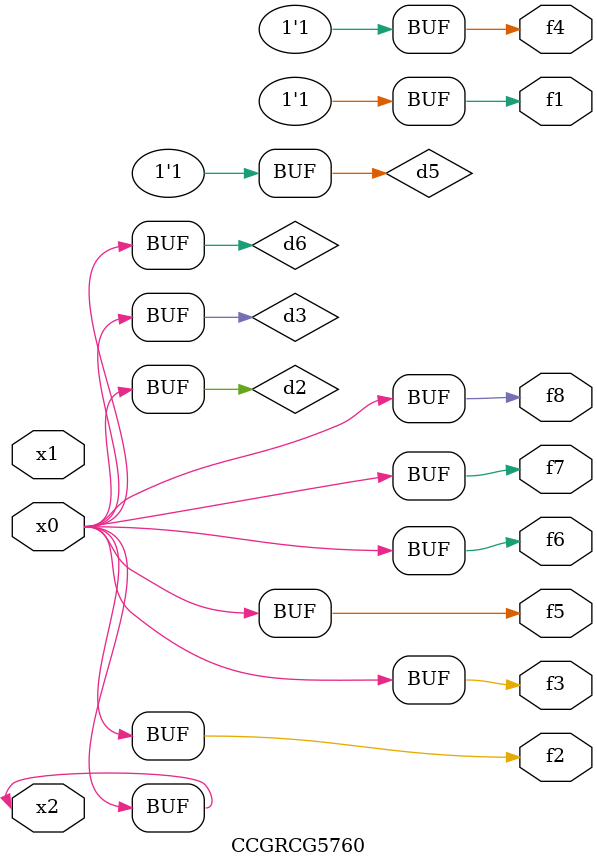
<source format=v>
module CCGRCG5760(
	input x0, x1, x2,
	output f1, f2, f3, f4, f5, f6, f7, f8
);

	wire d1, d2, d3, d4, d5, d6;

	xnor (d1, x2);
	buf (d2, x0, x2);
	and (d3, x0);
	xnor (d4, x1, x2);
	nand (d5, d1, d3);
	buf (d6, d2, d3);
	assign f1 = d5;
	assign f2 = d6;
	assign f3 = d6;
	assign f4 = d5;
	assign f5 = d6;
	assign f6 = d6;
	assign f7 = d6;
	assign f8 = d6;
endmodule

</source>
